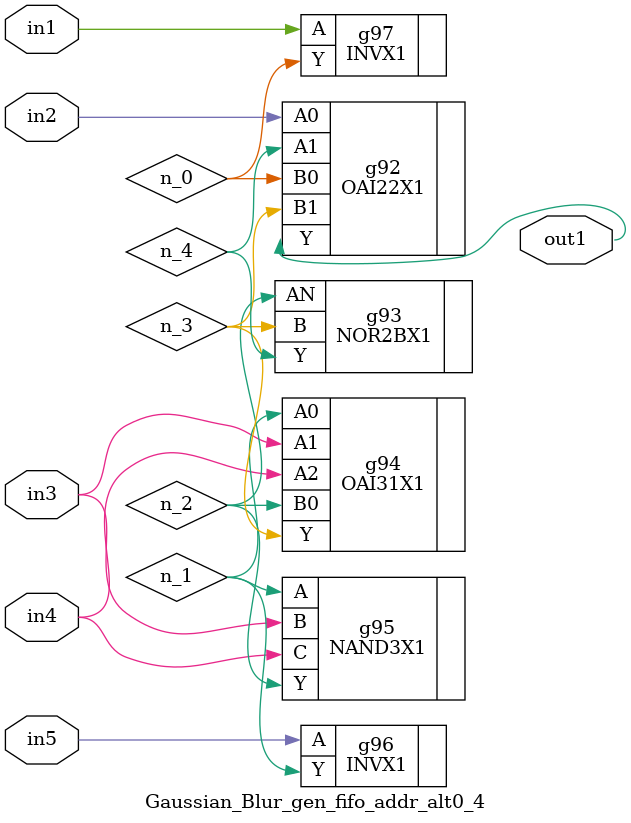
<source format=v>
`timescale 1ps / 1ps


module Gaussian_Blur_gen_fifo_addr_alt0_4(in1, in2, in3, in4, in5,
     out1);
  input in1, in2, in3, in4, in5;
  output out1;
  wire in1, in2, in3, in4, in5;
  wire out1;
  wire n_0, n_1, n_2, n_3, n_4;
  OAI22X1 g92(.A0 (in2), .A1 (n_4), .B0 (n_0), .B1 (n_3), .Y (out1));
  NOR2BX1 g93(.AN (n_2), .B (n_3), .Y (n_4));
  OAI31X1 g94(.A0 (n_1), .A1 (in3), .A2 (in4), .B0 (n_2), .Y (n_3));
  NAND3X1 g95(.A (n_1), .B (in3), .C (in4), .Y (n_2));
  INVX1 g97(.A (in1), .Y (n_0));
  INVX1 g96(.A (in5), .Y (n_1));
endmodule


</source>
